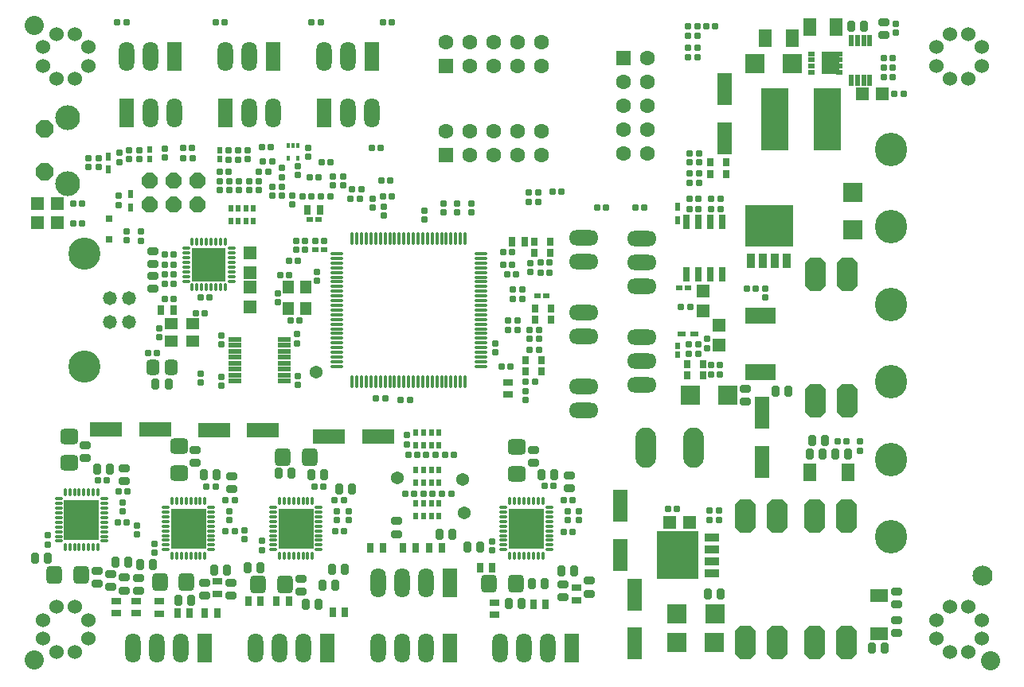
<source format=gts>
G04 Layer_Color=8388736*
%FSLAX25Y25*%
%MOIN*%
G70*
G01*
G75*
%ADD36C,0.06000*%
%ADD62R,0.11220X0.25984*%
%ADD120C,0.03000*%
%ADD135C,0.08400*%
%ADD213C,0.06305*%
%ADD214R,0.04600X0.01300*%
%ADD215R,0.05300X0.01700*%
G04:AMPARAMS|DCode=216|XSize=26mil|YSize=28mil|CornerRadius=6.4mil|HoleSize=0mil|Usage=FLASHONLY|Rotation=0.000|XOffset=0mil|YOffset=0mil|HoleType=Round|Shape=RoundedRectangle|*
%AMROUNDEDRECTD216*
21,1,0.02600,0.01520,0,0,0.0*
21,1,0.01320,0.02800,0,0,0.0*
1,1,0.01280,0.00660,-0.00760*
1,1,0.01280,-0.00660,-0.00760*
1,1,0.01280,-0.00660,0.00760*
1,1,0.01280,0.00660,0.00760*
%
%ADD216ROUNDEDRECTD216*%
G04:AMPARAMS|DCode=217|XSize=26mil|YSize=28mil|CornerRadius=6.4mil|HoleSize=0mil|Usage=FLASHONLY|Rotation=270.000|XOffset=0mil|YOffset=0mil|HoleType=Round|Shape=RoundedRectangle|*
%AMROUNDEDRECTD217*
21,1,0.02600,0.01520,0,0,270.0*
21,1,0.01320,0.02800,0,0,270.0*
1,1,0.01280,-0.00760,-0.00660*
1,1,0.01280,-0.00760,0.00660*
1,1,0.01280,0.00760,0.00660*
1,1,0.01280,0.00760,-0.00660*
%
%ADD217ROUNDEDRECTD217*%
%ADD218R,0.01581X0.02172*%
%ADD219R,0.02400X0.03200*%
%ADD220R,0.08300X0.08300*%
%ADD221R,0.08300X0.08300*%
%ADD222R,0.03200X0.02400*%
%ADD223R,0.14573X0.16542*%
%ADD224O,0.01384X0.03747*%
%ADD225O,0.03747X0.01384*%
G04:AMPARAMS|DCode=226|XSize=33.13mil|YSize=43.37mil|CornerRadius=7.83mil|HoleSize=0mil|Usage=FLASHONLY|Rotation=90.000|XOffset=0mil|YOffset=0mil|HoleType=Round|Shape=RoundedRectangle|*
%AMROUNDEDRECTD226*
21,1,0.03313,0.02772,0,0,90.0*
21,1,0.01748,0.04337,0,0,90.0*
1,1,0.01565,0.01386,0.00874*
1,1,0.01565,0.01386,-0.00874*
1,1,0.01565,-0.01386,-0.00874*
1,1,0.01565,-0.01386,0.00874*
%
%ADD226ROUNDEDRECTD226*%
%ADD227R,0.07487X0.05833*%
G04:AMPARAMS|DCode=228|XSize=33.13mil|YSize=43.37mil|CornerRadius=7.83mil|HoleSize=0mil|Usage=FLASHONLY|Rotation=0.000|XOffset=0mil|YOffset=0mil|HoleType=Round|Shape=RoundedRectangle|*
%AMROUNDEDRECTD228*
21,1,0.03313,0.02772,0,0,0.0*
21,1,0.01748,0.04337,0,0,0.0*
1,1,0.01565,0.00874,-0.01386*
1,1,0.01565,-0.00874,-0.01386*
1,1,0.01565,-0.00874,0.01386*
1,1,0.01565,0.00874,0.01386*
%
%ADD228ROUNDEDRECTD228*%
%ADD229R,0.03038X0.03865*%
%ADD230R,0.03865X0.03038*%
G04:AMPARAMS|DCode=231|XSize=54mil|YSize=54mil|CornerRadius=27mil|HoleSize=0mil|Usage=FLASHONLY|Rotation=270.000|XOffset=0mil|YOffset=0mil|HoleType=Round|Shape=RoundedRectangle|*
%AMROUNDEDRECTD231*
21,1,0.05400,0.00000,0,0,270.0*
21,1,0.00000,0.05400,0,0,270.0*
1,1,0.05400,0.00000,0.00000*
1,1,0.05400,0.00000,0.00000*
1,1,0.05400,0.00000,0.00000*
1,1,0.05400,0.00000,0.00000*
%
%ADD231ROUNDEDRECTD231*%
%ADD232R,0.05200X0.05200*%
%ADD233R,0.05200X0.05200*%
%ADD234R,0.04600X0.05600*%
%ADD235R,0.02762X0.03550*%
%ADD236R,0.02800X0.02800*%
%ADD237R,0.13000X0.06700*%
%ADD238R,0.05600X0.04600*%
%ADD239R,0.05833X0.07487*%
G04:AMPARAMS|DCode=240|XSize=80mil|YSize=80mil|CornerRadius=40mil|HoleSize=0mil|Usage=FLASHONLY|Rotation=0.000|XOffset=0mil|YOffset=0mil|HoleType=Round|Shape=RoundedRectangle|*
%AMROUNDEDRECTD240*
21,1,0.08000,0.00000,0,0,0.0*
21,1,0.00000,0.08000,0,0,0.0*
1,1,0.08000,0.00000,0.00000*
1,1,0.08000,0.00000,0.00000*
1,1,0.08000,0.00000,0.00000*
1,1,0.08000,0.00000,0.00000*
%
%ADD240ROUNDEDRECTD240*%
%ADD241R,0.02800X0.06400*%
%ADD242R,0.05400X0.01900*%
%ADD243R,0.02400X0.03000*%
G04:AMPARAMS|DCode=244|XSize=67mil|YSize=75mil|CornerRadius=17.75mil|HoleSize=0mil|Usage=FLASHONLY|Rotation=90.000|XOffset=0mil|YOffset=0mil|HoleType=Round|Shape=RoundedRectangle|*
%AMROUNDEDRECTD244*
21,1,0.06700,0.03950,0,0,90.0*
21,1,0.03150,0.07500,0,0,90.0*
1,1,0.03550,0.01975,0.01575*
1,1,0.03550,0.01975,-0.01575*
1,1,0.03550,-0.01975,-0.01575*
1,1,0.03550,-0.01975,0.01575*
%
%ADD244ROUNDEDRECTD244*%
G04:AMPARAMS|DCode=245|XSize=67mil|YSize=75mil|CornerRadius=17.75mil|HoleSize=0mil|Usage=FLASHONLY|Rotation=180.000|XOffset=0mil|YOffset=0mil|HoleType=Round|Shape=RoundedRectangle|*
%AMROUNDEDRECTD245*
21,1,0.06700,0.03950,0,0,180.0*
21,1,0.03150,0.07500,0,0,180.0*
1,1,0.03550,-0.01575,0.01975*
1,1,0.03550,0.01575,0.01975*
1,1,0.03550,0.01575,-0.01975*
1,1,0.03550,-0.01575,-0.01975*
%
%ADD245ROUNDEDRECTD245*%
%ADD246R,0.13786X0.05912*%
G04:AMPARAMS|DCode=247|XSize=56mil|YSize=64mil|CornerRadius=15mil|HoleSize=0mil|Usage=FLASHONLY|Rotation=180.000|XOffset=0mil|YOffset=0mil|HoleType=Round|Shape=RoundedRectangle|*
%AMROUNDEDRECTD247*
21,1,0.05600,0.03400,0,0,180.0*
21,1,0.02600,0.06400,0,0,180.0*
1,1,0.03000,-0.01300,0.01700*
1,1,0.03000,0.01300,0.01700*
1,1,0.03000,0.01300,-0.01700*
1,1,0.03000,-0.01300,-0.01700*
%
%ADD247ROUNDEDRECTD247*%
%ADD248R,0.05912X0.13786*%
%ADD249R,0.06000X0.03200*%
%ADD250R,0.17400X0.20100*%
%ADD251R,0.20100X0.17400*%
%ADD252R,0.03200X0.06000*%
%ADD253R,0.02565X0.02368*%
%ADD254O,0.01384X0.05518*%
%ADD255O,0.05518X0.01384*%
%ADD256R,0.02368X0.02565*%
%ADD257R,0.14100X0.14100*%
G04:AMPARAMS|DCode=258|XSize=14.96mil|YSize=35.43mil|CornerRadius=6.38mil|HoleSize=0mil|Usage=FLASHONLY|Rotation=270.000|XOffset=0mil|YOffset=0mil|HoleType=Round|Shape=RoundedRectangle|*
%AMROUNDEDRECTD258*
21,1,0.01496,0.02268,0,0,270.0*
21,1,0.00220,0.03543,0,0,270.0*
1,1,0.01276,-0.01134,-0.00110*
1,1,0.01276,-0.01134,0.00110*
1,1,0.01276,0.01134,0.00110*
1,1,0.01276,0.01134,-0.00110*
%
%ADD258ROUNDEDRECTD258*%
G04:AMPARAMS|DCode=259|XSize=14.96mil|YSize=35.43mil|CornerRadius=6.38mil|HoleSize=0mil|Usage=FLASHONLY|Rotation=180.000|XOffset=0mil|YOffset=0mil|HoleType=Round|Shape=RoundedRectangle|*
%AMROUNDEDRECTD259*
21,1,0.01496,0.02268,0,0,180.0*
21,1,0.00220,0.03543,0,0,180.0*
1,1,0.01276,-0.00110,0.01134*
1,1,0.01276,0.00110,0.01134*
1,1,0.01276,0.00110,-0.01134*
1,1,0.01276,-0.00110,-0.01134*
%
%ADD259ROUNDEDRECTD259*%
G04:AMPARAMS|DCode=260|XSize=27.62mil|YSize=28mil|CornerRadius=6.72mil|HoleSize=0mil|Usage=FLASHONLY|Rotation=90.000|XOffset=0mil|YOffset=0mil|HoleType=Round|Shape=RoundedRectangle|*
%AMROUNDEDRECTD260*
21,1,0.02762,0.01455,0,0,90.0*
21,1,0.01417,0.02800,0,0,90.0*
1,1,0.01345,0.00728,0.00709*
1,1,0.01345,0.00728,-0.00709*
1,1,0.01345,-0.00728,-0.00709*
1,1,0.01345,-0.00728,0.00709*
%
%ADD260ROUNDEDRECTD260*%
%ADD261R,0.05518X0.07487*%
%ADD262R,0.02120X0.04928*%
%ADD263R,0.03156X0.02054*%
%ADD264R,0.07684X0.09731*%
%ADD265R,0.06400X0.12400*%
%ADD266O,0.06400X0.12400*%
G04:AMPARAMS|DCode=267|XSize=137mil|YSize=87mil|CornerRadius=0mil|HoleSize=0mil|Usage=FLASHONLY|Rotation=270.000|XOffset=0mil|YOffset=0mil|HoleType=Round|Shape=Octagon|*
%AMOCTAGOND267*
4,1,8,-0.02175,-0.06850,0.02175,-0.06850,0.04350,-0.04675,0.04350,0.04675,0.02175,0.06850,-0.02175,0.06850,-0.04350,0.04675,-0.04350,-0.04675,-0.02175,-0.06850,0.0*
%
%ADD267OCTAGOND267*%

%ADD268O,0.12400X0.06400*%
%ADD269P,0.08010X8X292.5*%
%ADD270C,0.10400*%
%ADD271C,0.05800*%
%ADD272C,0.13450*%
%ADD273P,0.07144X8X22.5*%
%ADD274O,0.08650X0.16900*%
%ADD275R,0.06305X0.06305*%
%ADD276C,0.06305*%
%ADD277O,0.13400X0.14000*%
%ADD278R,0.06305X0.06305*%
G54D36*
X-47953Y-231339D02*
D03*
X-55827D02*
D03*
X-61339Y-225827D02*
D03*
Y-217953D02*
D03*
X-55827Y-212441D02*
D03*
X-47953D02*
D03*
X-42441Y-217953D02*
D03*
Y-225827D02*
D03*
X-47953Y8819D02*
D03*
X-55827D02*
D03*
X-61339Y14331D02*
D03*
Y22205D02*
D03*
X-55827Y27716D02*
D03*
X-47953D02*
D03*
X-42441Y22205D02*
D03*
Y14331D02*
D03*
X326063Y8819D02*
D03*
X318189D02*
D03*
X312677Y14331D02*
D03*
Y22205D02*
D03*
X318189Y27716D02*
D03*
X326063D02*
D03*
X331575Y22205D02*
D03*
Y14331D02*
D03*
X326063Y-231339D02*
D03*
X318189D02*
D03*
X312677Y-225827D02*
D03*
Y-217953D02*
D03*
X318189Y-212441D02*
D03*
X326063D02*
D03*
X331575Y-217953D02*
D03*
Y-225827D02*
D03*
G54D62*
X267047Y-8075D02*
D03*
X244803D02*
D03*
G54D120*
X136569Y-173098D02*
D03*
X145231Y-186091D02*
D03*
X140900D02*
D03*
X136569D02*
D03*
X145231Y-181760D02*
D03*
X140900D02*
D03*
X136569D02*
D03*
X145231Y-177429D02*
D03*
X140900D02*
D03*
X136569D02*
D03*
X145231Y-173098D02*
D03*
X140900D02*
D03*
X44500D02*
D03*
X48831D02*
D03*
X40169Y-177429D02*
D03*
X44500D02*
D03*
X48831D02*
D03*
X40169Y-181760D02*
D03*
X44500D02*
D03*
X48831D02*
D03*
X40169Y-186091D02*
D03*
X44500D02*
D03*
X48831D02*
D03*
X40169Y-173098D02*
D03*
X-4831D02*
D03*
X3831Y-186091D02*
D03*
X-500D02*
D03*
X-4831D02*
D03*
X3831Y-181760D02*
D03*
X-500D02*
D03*
X-4831D02*
D03*
X3831Y-177429D02*
D03*
X-500D02*
D03*
X-4831D02*
D03*
X3831Y-173098D02*
D03*
X-500D02*
D03*
X-45238Y-169498D02*
D03*
X-40907D02*
D03*
X-49569Y-173829D02*
D03*
X-45238D02*
D03*
X-40907D02*
D03*
X-49569Y-178160D02*
D03*
X-45238D02*
D03*
X-40907D02*
D03*
X-49569Y-182491D02*
D03*
X-45238D02*
D03*
X-40907D02*
D03*
X-49569Y-169498D02*
D03*
X210081Y-186832D02*
D03*
Y-182832D02*
D03*
X206081D02*
D03*
Y-186832D02*
D03*
X202081D02*
D03*
Y-182832D02*
D03*
X198081D02*
D03*
Y-186832D02*
D03*
Y-194832D02*
D03*
Y-198832D02*
D03*
X202081D02*
D03*
Y-194832D02*
D03*
X206081D02*
D03*
Y-198832D02*
D03*
X210081D02*
D03*
Y-194832D02*
D03*
Y-190832D02*
D03*
X206081D02*
D03*
X198081D02*
D03*
X202081D02*
D03*
X242613Y-50723D02*
D03*
Y-46723D02*
D03*
Y-54723D02*
D03*
Y-58723D02*
D03*
X238613D02*
D03*
X234613D02*
D03*
Y-54723D02*
D03*
X238613D02*
D03*
Y-50723D02*
D03*
X234613D02*
D03*
Y-46723D02*
D03*
X238613D02*
D03*
X246613D02*
D03*
X250613D02*
D03*
Y-50723D02*
D03*
X246613D02*
D03*
Y-54723D02*
D03*
X250613D02*
D03*
Y-58723D02*
D03*
X246613D02*
D03*
X11740Y-65260D02*
D03*
Y-69000D02*
D03*
Y-72740D02*
D03*
X8000D02*
D03*
X4260Y-72839D02*
D03*
X4279Y-69000D02*
D03*
X4231Y-65224D02*
D03*
X8000Y-65260D02*
D03*
Y-69000D02*
D03*
G54D135*
X332067Y-199449D02*
D03*
G54D213*
X191668Y17571D02*
D03*
Y7571D02*
D03*
Y-2429D02*
D03*
Y-12429D02*
D03*
Y-22429D02*
D03*
G54D214*
X39413Y-100246D02*
D03*
X39413Y-102746D02*
D03*
X39413Y-105246D02*
D03*
X39413Y-107746D02*
D03*
X39413Y-110246D02*
D03*
X39413Y-112746D02*
D03*
Y-115246D02*
D03*
X39413Y-117746D02*
D03*
X19013D02*
D03*
X19013Y-115246D02*
D03*
Y-112746D02*
D03*
X19013Y-110246D02*
D03*
X19013Y-107746D02*
D03*
Y-105246D02*
D03*
X19013Y-102746D02*
D03*
X19013Y-100246D02*
D03*
G54D215*
X39463Y-100246D02*
D03*
X39463Y-102746D02*
D03*
X39463Y-105246D02*
D03*
X39463Y-107746D02*
D03*
X39463Y-110246D02*
D03*
X39463Y-112746D02*
D03*
X39463Y-115246D02*
D03*
X39463Y-117746D02*
D03*
X18963Y-117746D02*
D03*
X18963Y-115246D02*
D03*
Y-112746D02*
D03*
X18963Y-110246D02*
D03*
X18963Y-107746D02*
D03*
Y-105246D02*
D03*
X18963Y-102746D02*
D03*
Y-100246D02*
D03*
G54D216*
X76330Y-20000D02*
D03*
X80100D02*
D03*
X34070Y-19800D02*
D03*
X30300D02*
D03*
X54870Y32600D02*
D03*
X51100D02*
D03*
X14570D02*
D03*
X10800D02*
D03*
X-26530D02*
D03*
X-30300D02*
D03*
X34485Y-25800D02*
D03*
X30715D02*
D03*
X29015Y-30000D02*
D03*
X32785D02*
D03*
X1100Y-20100D02*
D03*
X-2670D02*
D03*
X56254Y-58874D02*
D03*
X52464D02*
D03*
X44500Y-62800D02*
D03*
X48270D02*
D03*
X55152Y-25950D02*
D03*
X58942D02*
D03*
X151810Y-38400D02*
D03*
X155600D02*
D03*
X50310Y-32400D02*
D03*
X54100D02*
D03*
X55110Y-40500D02*
D03*
X58900D02*
D03*
X80310Y-33600D02*
D03*
X84100D02*
D03*
X84719Y-40321D02*
D03*
X80929D02*
D03*
X78080Y-125200D02*
D03*
X81870D02*
D03*
X41610Y-67500D02*
D03*
X45400D02*
D03*
X68110Y-37400D02*
D03*
X71900D02*
D03*
X133410Y-96250D02*
D03*
X137200D02*
D03*
X133410Y-92350D02*
D03*
X137200D02*
D03*
X130610Y-111850D02*
D03*
X134400D02*
D03*
X-48765Y-43500D02*
D03*
X-44975D02*
D03*
X212925Y-45575D02*
D03*
X209135D02*
D03*
X218435D02*
D03*
X222225D02*
D03*
X209125Y-41275D02*
D03*
X212915D02*
D03*
X146900Y-72400D02*
D03*
X150690D02*
D03*
X-48790Y-51600D02*
D03*
X-45000D02*
D03*
X146200Y-104700D02*
D03*
X142410D02*
D03*
X203990Y-171300D02*
D03*
X200200D02*
D03*
X221500Y-171900D02*
D03*
X217710D02*
D03*
X221530Y-175950D02*
D03*
X217740D02*
D03*
X236961Y-79005D02*
D03*
X233172D02*
D03*
X295004Y2790D02*
D03*
X298794D02*
D03*
X-10390Y-73100D02*
D03*
X-6600D02*
D03*
Y-69000D02*
D03*
X-10390D02*
D03*
X209525Y-86675D02*
D03*
X205735D02*
D03*
X150690Y-68200D02*
D03*
X146900D02*
D03*
X222215Y-41275D02*
D03*
X218425D02*
D03*
X294353Y9524D02*
D03*
X290563D02*
D03*
X71190Y-41300D02*
D03*
X67400D02*
D03*
X209110Y-102400D02*
D03*
X212900D02*
D03*
X212890Y-106400D02*
D03*
X209100D02*
D03*
X139190Y-83300D02*
D03*
X135400D02*
D03*
X144500Y-118000D02*
D03*
X140710D02*
D03*
X222090Y-115200D02*
D03*
X218300D02*
D03*
X44522Y-58923D02*
D03*
X48312D02*
D03*
X16412Y-29887D02*
D03*
X12622D02*
D03*
X-6630Y-83500D02*
D03*
X-10400D02*
D03*
X220070Y30800D02*
D03*
X216300D02*
D03*
X80900Y32600D02*
D03*
X84670D02*
D03*
X-25900Y-164200D02*
D03*
X-29670D02*
D03*
X-34730Y-159300D02*
D03*
X-38500D02*
D03*
X-30000Y-177000D02*
D03*
X-26230D02*
D03*
X131280Y-68937D02*
D03*
X135050D02*
D03*
X92161Y-125821D02*
D03*
X88391D02*
D03*
X-13600Y-106000D02*
D03*
X-17370D02*
D03*
X-6630Y-77100D02*
D03*
X-10400D02*
D03*
X41600Y-73350D02*
D03*
X37830D02*
D03*
X-6630Y-64700D02*
D03*
X-10400D02*
D03*
X2630Y-89300D02*
D03*
X6400D02*
D03*
X4465Y-82821D02*
D03*
X8235D02*
D03*
X45962Y-92479D02*
D03*
X42192D02*
D03*
X132854Y-73071D02*
D03*
X136624D02*
D03*
X131230Y-63800D02*
D03*
X135000D02*
D03*
X110643Y-148716D02*
D03*
X106873D02*
D03*
X105773Y-165054D02*
D03*
X109543D02*
D03*
X99068Y-148617D02*
D03*
X102838D02*
D03*
X101738Y-164956D02*
D03*
X97968D02*
D03*
X91587Y-148617D02*
D03*
X95357D02*
D03*
X93962Y-164956D02*
D03*
X90192D02*
D03*
X139200Y-79500D02*
D03*
X135430D02*
D03*
X18838Y-167800D02*
D03*
X15068D02*
D03*
X10870Y-161900D02*
D03*
X7100D02*
D03*
X15100Y-180800D02*
D03*
X18870D02*
D03*
X60730Y-167700D02*
D03*
X64500D02*
D03*
X55970Y-161900D02*
D03*
X52200D02*
D03*
X64770Y-180600D02*
D03*
X61000D02*
D03*
X160300Y-167700D02*
D03*
X156530D02*
D03*
X152270Y-161800D02*
D03*
X148500D02*
D03*
X156600Y-181000D02*
D03*
X160370D02*
D03*
X218300Y-110900D02*
D03*
X222070D02*
D03*
X-2634Y-24210D02*
D03*
X1156D02*
D03*
X47300Y-40400D02*
D03*
X51090D02*
D03*
X274915Y-143075D02*
D03*
X271125D02*
D03*
X294353Y17791D02*
D03*
X290563D02*
D03*
X294338Y13657D02*
D03*
X290568D02*
D03*
X174390Y-45000D02*
D03*
X170600D02*
D03*
X186600D02*
D03*
X190390D02*
D03*
X145790Y-42700D02*
D03*
X142000D02*
D03*
X145800Y-38600D02*
D03*
X142010D02*
D03*
G54D217*
X-10300Y-20330D02*
D03*
Y-24100D02*
D03*
X45200Y-27715D02*
D03*
Y-31485D02*
D03*
X38725Y-40065D02*
D03*
Y-36275D02*
D03*
X24955Y-37781D02*
D03*
Y-33991D02*
D03*
X12658Y-37786D02*
D03*
Y-33996D02*
D03*
X16179Y-21128D02*
D03*
Y-24917D02*
D03*
X-21210Y-20919D02*
D03*
Y-24709D02*
D03*
X24400Y-20900D02*
D03*
Y-24670D02*
D03*
X-29500Y-22115D02*
D03*
Y-25885D02*
D03*
X81200Y-44610D02*
D03*
Y-48400D02*
D03*
X60050Y-35690D02*
D03*
Y-31900D02*
D03*
X106300Y-47190D02*
D03*
Y-43400D02*
D03*
X112100Y-47090D02*
D03*
Y-43300D02*
D03*
X117800Y-47090D02*
D03*
Y-43300D02*
D03*
X49600Y-23700D02*
D03*
Y-19910D02*
D03*
X90825Y-140485D02*
D03*
Y-144275D02*
D03*
X209150Y-30810D02*
D03*
Y-34600D02*
D03*
X-22100Y-182190D02*
D03*
Y-178400D02*
D03*
X-38200Y-28100D02*
D03*
Y-24310D02*
D03*
X-29702Y-40189D02*
D03*
Y-43979D02*
D03*
X240998Y-82693D02*
D03*
Y-78903D02*
D03*
X216700Y-100110D02*
D03*
Y-103900D02*
D03*
X-20547Y-55109D02*
D03*
Y-58899D02*
D03*
X76700Y-45100D02*
D03*
Y-41310D02*
D03*
X146400Y-96400D02*
D03*
Y-100190D02*
D03*
X140700Y-122010D02*
D03*
Y-125800D02*
D03*
X142700Y-72200D02*
D03*
Y-68410D02*
D03*
X295725Y31925D02*
D03*
Y28135D02*
D03*
X22800Y-184190D02*
D03*
Y-180400D02*
D03*
X66500Y-172300D02*
D03*
Y-176090D02*
D03*
X163000D02*
D03*
Y-172300D02*
D03*
X16648Y-34016D02*
D03*
Y-37786D02*
D03*
X20748Y-34016D02*
D03*
Y-37786D02*
D03*
X34502Y-36255D02*
D03*
Y-40025D02*
D03*
X42800Y-40000D02*
D03*
Y-43790D02*
D03*
X64150Y-31900D02*
D03*
Y-35690D02*
D03*
X213250Y-30810D02*
D03*
Y-34600D02*
D03*
X142300Y-96400D02*
D03*
Y-100190D02*
D03*
X212525Y30825D02*
D03*
Y27035D02*
D03*
X208525Y30825D02*
D03*
Y27035D02*
D03*
X209200Y-26150D02*
D03*
Y-22360D02*
D03*
X4525Y-118375D02*
D03*
Y-114585D02*
D03*
X38636Y-28490D02*
D03*
Y-32280D02*
D03*
X20339Y-24887D02*
D03*
Y-21098D02*
D03*
X-25344Y-20919D02*
D03*
Y-24709D02*
D03*
X29089Y-37781D02*
D03*
Y-33991D02*
D03*
X-59400Y-182500D02*
D03*
Y-186270D02*
D03*
X-27900Y-168730D02*
D03*
Y-172500D02*
D03*
X53300Y-75800D02*
D03*
Y-72030D02*
D03*
X128000Y-105843D02*
D03*
Y-102073D02*
D03*
X-42300Y-24330D02*
D03*
Y-28100D02*
D03*
X-12700Y-95600D02*
D03*
Y-99370D02*
D03*
X36800Y-84700D02*
D03*
Y-80930D02*
D03*
X98300Y-46300D02*
D03*
Y-50070D02*
D03*
X13366Y-119724D02*
D03*
Y-115954D02*
D03*
X45158Y-115665D02*
D03*
Y-119435D02*
D03*
X45059Y-98169D02*
D03*
Y-101939D02*
D03*
X13268Y-102530D02*
D03*
Y-98760D02*
D03*
X-26547Y-58870D02*
D03*
Y-55100D02*
D03*
X16700Y-172430D02*
D03*
Y-176200D02*
D03*
X-14800Y-185900D02*
D03*
Y-189670D02*
D03*
X61700Y-176100D02*
D03*
Y-172330D02*
D03*
X30300Y-184800D02*
D03*
Y-188570D02*
D03*
X158200Y-172330D02*
D03*
Y-176100D02*
D03*
X126700Y-185000D02*
D03*
Y-188770D02*
D03*
X213200Y-22380D02*
D03*
Y-26150D02*
D03*
X212600Y21800D02*
D03*
Y18010D02*
D03*
X208500Y21800D02*
D03*
Y18010D02*
D03*
G54D218*
X45182Y-19142D02*
D03*
X43200D02*
D03*
X41218D02*
D03*
X41232Y-24457D02*
D03*
X45169D02*
D03*
G54D219*
X204286Y-44750D02*
D03*
Y-50261D02*
D03*
X-34000Y-29156D02*
D03*
Y-23644D02*
D03*
X-24683Y-44943D02*
D03*
Y-39432D02*
D03*
G54D220*
X277711Y-38720D02*
D03*
Y-54494D02*
D03*
G54D221*
X209500Y-123700D02*
D03*
X225274D02*
D03*
X203981Y-227217D02*
D03*
X219755D02*
D03*
X219846Y-215232D02*
D03*
X204072D02*
D03*
X236625Y15225D02*
D03*
X252399D02*
D03*
G54D222*
X211356Y-98100D02*
D03*
X205844D02*
D03*
G54D223*
X140900Y-179595D02*
D03*
X44500D02*
D03*
X-500D02*
D03*
X-45238Y-175995D02*
D03*
G54D224*
X134010Y-168079D02*
D03*
X135979D02*
D03*
X137947D02*
D03*
X139916D02*
D03*
X141884D02*
D03*
X143853D02*
D03*
X145821D02*
D03*
X147790D02*
D03*
Y-191110D02*
D03*
X145821D02*
D03*
X143853D02*
D03*
X141884D02*
D03*
X139916D02*
D03*
X137947D02*
D03*
X135979D02*
D03*
X134010D02*
D03*
X37610D02*
D03*
X39579D02*
D03*
X41547D02*
D03*
X43516D02*
D03*
X45484D02*
D03*
X47453D02*
D03*
X49421D02*
D03*
X51390D02*
D03*
Y-168079D02*
D03*
X49421D02*
D03*
X47453D02*
D03*
X45484D02*
D03*
X43516D02*
D03*
X41547D02*
D03*
X39579D02*
D03*
X37610D02*
D03*
X-7390D02*
D03*
X-5421D02*
D03*
X-3453D02*
D03*
X-1484D02*
D03*
X484D02*
D03*
X2453D02*
D03*
X4421D02*
D03*
X6390D02*
D03*
Y-191110D02*
D03*
X4421D02*
D03*
X2453D02*
D03*
X484D02*
D03*
X-1484D02*
D03*
X-3453D02*
D03*
X-5421D02*
D03*
X-7390D02*
D03*
X-52127Y-187510D02*
D03*
X-50159D02*
D03*
X-48191D02*
D03*
X-46222D02*
D03*
X-44254D02*
D03*
X-42285D02*
D03*
X-40317D02*
D03*
X-38348D02*
D03*
Y-164479D02*
D03*
X-40317D02*
D03*
X-42285D02*
D03*
X-44254D02*
D03*
X-46222D02*
D03*
X-48191D02*
D03*
X-50159D02*
D03*
X-52127D02*
D03*
G54D225*
X150467Y-170736D02*
D03*
Y-172705D02*
D03*
Y-174673D02*
D03*
Y-176642D02*
D03*
Y-178610D02*
D03*
Y-180579D02*
D03*
Y-182547D02*
D03*
Y-184516D02*
D03*
Y-186484D02*
D03*
Y-188453D02*
D03*
X131333D02*
D03*
Y-186484D02*
D03*
Y-184516D02*
D03*
Y-182547D02*
D03*
Y-180579D02*
D03*
Y-178610D02*
D03*
Y-176642D02*
D03*
Y-174673D02*
D03*
Y-172705D02*
D03*
Y-170736D02*
D03*
X34933D02*
D03*
Y-172705D02*
D03*
Y-174673D02*
D03*
Y-176642D02*
D03*
Y-178610D02*
D03*
Y-180579D02*
D03*
Y-182547D02*
D03*
Y-184516D02*
D03*
Y-186484D02*
D03*
Y-188453D02*
D03*
X54067D02*
D03*
Y-186484D02*
D03*
Y-184516D02*
D03*
Y-182547D02*
D03*
Y-180579D02*
D03*
Y-178610D02*
D03*
Y-176642D02*
D03*
Y-174673D02*
D03*
Y-172705D02*
D03*
Y-170736D02*
D03*
X9067D02*
D03*
Y-172705D02*
D03*
Y-174673D02*
D03*
Y-176642D02*
D03*
Y-178610D02*
D03*
Y-180579D02*
D03*
Y-182547D02*
D03*
Y-184516D02*
D03*
Y-186484D02*
D03*
Y-188453D02*
D03*
X-10067D02*
D03*
Y-186484D02*
D03*
Y-184516D02*
D03*
Y-182547D02*
D03*
Y-180579D02*
D03*
Y-178610D02*
D03*
Y-176642D02*
D03*
Y-174673D02*
D03*
Y-172705D02*
D03*
Y-170736D02*
D03*
X-54805Y-167136D02*
D03*
Y-169105D02*
D03*
Y-171073D02*
D03*
Y-173042D02*
D03*
Y-175010D02*
D03*
Y-176979D02*
D03*
Y-178947D02*
D03*
Y-180916D02*
D03*
Y-182884D02*
D03*
Y-184853D02*
D03*
X-35671D02*
D03*
Y-182884D02*
D03*
Y-180916D02*
D03*
Y-178947D02*
D03*
Y-176979D02*
D03*
Y-175010D02*
D03*
Y-173042D02*
D03*
Y-171073D02*
D03*
Y-169105D02*
D03*
Y-167136D02*
D03*
G54D226*
X296100Y-223277D02*
D03*
Y-217923D02*
D03*
Y-211477D02*
D03*
Y-206123D02*
D03*
X-15500Y-73822D02*
D03*
Y-79177D02*
D03*
X-15500Y-63323D02*
D03*
Y-68678D02*
D03*
X-27300Y-154323D02*
D03*
Y-159677D02*
D03*
X-21450Y-205577D02*
D03*
Y-200223D02*
D03*
X-27250Y-200200D02*
D03*
Y-205554D02*
D03*
X-43700Y-150177D02*
D03*
Y-144823D02*
D03*
X-33000Y-198823D02*
D03*
Y-204177D02*
D03*
X-38700Y-202777D02*
D03*
Y-197423D02*
D03*
X290725Y32702D02*
D03*
Y27348D02*
D03*
X232700Y-126277D02*
D03*
Y-120923D02*
D03*
X17600Y-163077D02*
D03*
Y-157723D02*
D03*
X17125Y-202298D02*
D03*
Y-207652D02*
D03*
X2300Y-152077D02*
D03*
Y-146723D02*
D03*
X6325Y-202298D02*
D03*
Y-207652D02*
D03*
X86600Y-176523D02*
D03*
Y-181877D02*
D03*
X46625Y-200698D02*
D03*
Y-206052D02*
D03*
X159000Y-162677D02*
D03*
Y-157323D02*
D03*
X167400Y-206877D02*
D03*
Y-201523D02*
D03*
X156200Y-208254D02*
D03*
Y-202900D02*
D03*
X143900Y-151977D02*
D03*
Y-146623D02*
D03*
G54D227*
X288700Y-207590D02*
D03*
Y-223810D02*
D03*
G54D228*
X285723Y-229800D02*
D03*
X291077D02*
D03*
X-14227Y-118900D02*
D03*
X-8873D02*
D03*
X-64677Y-192100D02*
D03*
X-59323D02*
D03*
X-30977Y-193700D02*
D03*
X-25623D02*
D03*
X-33223Y-154700D02*
D03*
X-38577D02*
D03*
X216923Y-207200D02*
D03*
X222277D02*
D03*
X245423Y-121900D02*
D03*
X250777D02*
D03*
X275777Y-148400D02*
D03*
X270423D02*
D03*
X265077D02*
D03*
X259723D02*
D03*
X265828Y-142650D02*
D03*
X260473D02*
D03*
X53977Y-211400D02*
D03*
X48623D02*
D03*
X-20652Y-194675D02*
D03*
X-15298D02*
D03*
X-4577Y-209600D02*
D03*
X777D02*
D03*
X10423Y-196900D02*
D03*
X15777D02*
D03*
X11377Y-157200D02*
D03*
X6023D02*
D03*
X59623Y-196800D02*
D03*
X64977D02*
D03*
X56277Y-157200D02*
D03*
X50923D02*
D03*
X67877Y-162900D02*
D03*
X62523D02*
D03*
X104623Y-181900D02*
D03*
X109977D02*
D03*
X42477Y-156500D02*
D03*
X37123D02*
D03*
X60877Y-203400D02*
D03*
X55523D02*
D03*
X29777Y-196100D02*
D03*
X24423D02*
D03*
X160977Y-197500D02*
D03*
X155623D02*
D03*
X147223Y-157100D02*
D03*
X152577D02*
D03*
X133623Y-210900D02*
D03*
X138977D02*
D03*
X116323Y-187300D02*
D03*
X121677D02*
D03*
X148577Y-202700D02*
D03*
X143223D02*
D03*
X282299Y30863D02*
D03*
X276945D02*
D03*
G54D229*
X65043Y-214575D02*
D03*
X59807D02*
D03*
X29743Y-210175D02*
D03*
X24507D02*
D03*
X11643Y-215075D02*
D03*
X6407D02*
D03*
X43Y-214975D02*
D03*
X-5193D02*
D03*
X-6682Y-88100D02*
D03*
X-11918D02*
D03*
X140218Y-59400D02*
D03*
X134982D02*
D03*
X121482Y-196000D02*
D03*
X126718D02*
D03*
X36307Y-210175D02*
D03*
X41543D02*
D03*
X49382Y-45900D02*
D03*
X54618D02*
D03*
X80918Y-187800D02*
D03*
X75682D02*
D03*
X94618D02*
D03*
X89382D02*
D03*
X105518D02*
D03*
X100282D02*
D03*
X149018Y-211300D02*
D03*
X143782D02*
D03*
G54D230*
X11725Y-206893D02*
D03*
Y-201657D02*
D03*
X-12775Y-215211D02*
D03*
Y-209975D02*
D03*
X-30575Y-215193D02*
D03*
Y-209957D02*
D03*
X133300Y-118282D02*
D03*
Y-123518D02*
D03*
X-22275Y-215193D02*
D03*
Y-209957D02*
D03*
X127700Y-215818D02*
D03*
Y-210582D02*
D03*
X161800Y-209718D02*
D03*
Y-204482D02*
D03*
G54D231*
X52900Y-114000D02*
D03*
X87072Y-158460D02*
D03*
X115100Y-172900D02*
D03*
X114400Y-159200D02*
D03*
G54D232*
X209200Y-177000D02*
D03*
X200866D02*
D03*
X281484Y2790D02*
D03*
X289817D02*
D03*
X-63700Y-51500D02*
D03*
X-55366D02*
D03*
X-63700Y-43500D02*
D03*
X-55366D02*
D03*
G54D233*
X214825Y-79975D02*
D03*
Y-88309D02*
D03*
X221700Y-94500D02*
D03*
Y-102834D02*
D03*
X25177Y-78418D02*
D03*
Y-86752D02*
D03*
X25276Y-72251D02*
D03*
Y-63917D02*
D03*
G54D234*
X48756Y-87529D02*
D03*
Y-78401D02*
D03*
X41414D02*
D03*
Y-87529D02*
D03*
G54D235*
X224572Y-25975D02*
D03*
X217879D02*
D03*
X215047Y-110800D02*
D03*
X208353D02*
D03*
X215047Y-115400D02*
D03*
X208353D02*
D03*
X224572Y-30875D02*
D03*
X217879D02*
D03*
X147247Y-109000D02*
D03*
X140553D02*
D03*
X147300Y-113600D02*
D03*
X140607D02*
D03*
X144553Y-92000D02*
D03*
X151247D02*
D03*
X151047Y-63900D02*
D03*
X144353D02*
D03*
X151047Y-59300D02*
D03*
X144353D02*
D03*
X144553Y-87400D02*
D03*
X151247D02*
D03*
G54D236*
X-33583Y-58475D02*
D03*
Y-49744D02*
D03*
G54D237*
X238933Y-114192D02*
D03*
Y-90481D02*
D03*
G54D238*
X-7728Y-101142D02*
D03*
X1400D02*
D03*
Y-93800D02*
D03*
X-7728D02*
D03*
G54D239*
X259490Y-156200D02*
D03*
X275710D02*
D03*
G54D240*
X-65177Y31260D02*
D03*
X335118Y-235177D02*
D03*
X-65177Y-234784D02*
D03*
G54D241*
X217800Y-51158D02*
D03*
Y-72885D02*
D03*
X222800Y-51158D02*
D03*
X212800D02*
D03*
X207800D02*
D03*
X222800Y-72885D02*
D03*
X212800D02*
D03*
X207800D02*
D03*
G54D242*
X39513Y-100246D02*
D03*
Y-102746D02*
D03*
X18976Y-117796D02*
D03*
X39513Y-115296D02*
D03*
X18976D02*
D03*
Y-110296D02*
D03*
X39513Y-117796D02*
D03*
X18976Y-112796D02*
D03*
X39513D02*
D03*
X39513Y-110296D02*
D03*
X39513Y-105246D02*
D03*
X18976Y-107746D02*
D03*
Y-105246D02*
D03*
Y-100246D02*
D03*
X39513Y-107746D02*
D03*
X18976Y-102746D02*
D03*
G54D243*
X26752Y-50771D02*
D03*
X23602D02*
D03*
X20428D02*
D03*
X17228D02*
D03*
Y-45414D02*
D03*
X20428D02*
D03*
X23602D02*
D03*
X26752D02*
D03*
X104297Y-139365D02*
D03*
X101147D02*
D03*
X97972D02*
D03*
X94772D02*
D03*
Y-144723D02*
D03*
X97972D02*
D03*
X101147D02*
D03*
X104297D02*
D03*
Y-160274D02*
D03*
X101147D02*
D03*
X97972D02*
D03*
X94772D02*
D03*
Y-154917D02*
D03*
X97972D02*
D03*
X101147D02*
D03*
X104297D02*
D03*
Y-168893D02*
D03*
X101147D02*
D03*
X97972D02*
D03*
X94772D02*
D03*
Y-174250D02*
D03*
X97972D02*
D03*
X101147D02*
D03*
X104297D02*
D03*
G54D244*
X-50500Y-141000D02*
D03*
Y-152198D02*
D03*
X-4500Y-145200D02*
D03*
Y-156398D02*
D03*
X137025Y-156573D02*
D03*
Y-145375D02*
D03*
G54D245*
X-45402Y-198900D02*
D03*
X-56600D02*
D03*
X39824Y-202875D02*
D03*
X28625D02*
D03*
X-12475Y-201975D02*
D03*
X-1276D02*
D03*
X50125Y-149675D02*
D03*
X38927D02*
D03*
X136498Y-202800D02*
D03*
X125300D02*
D03*
G54D246*
X-14464Y-137900D02*
D03*
X-34936D02*
D03*
X30698Y-138275D02*
D03*
X10225D02*
D03*
X78900Y-141100D02*
D03*
X58428D02*
D03*
G54D247*
X-15300Y-112000D02*
D03*
X-7760D02*
D03*
G54D248*
X239500Y-151636D02*
D03*
Y-131164D02*
D03*
X180400Y-190636D02*
D03*
Y-170164D02*
D03*
X186300Y-227836D02*
D03*
Y-207364D02*
D03*
X223925Y4461D02*
D03*
Y-16011D02*
D03*
G54D249*
X218620Y-198332D02*
D03*
Y-193332D02*
D03*
Y-188332D02*
D03*
Y-183332D02*
D03*
G54D250*
X204181Y-190832D02*
D03*
G54D251*
X242613Y-52823D02*
D03*
G54D252*
X250113Y-67262D02*
D03*
X245113D02*
D03*
X240113D02*
D03*
X235113D02*
D03*
G54D253*
X50330Y-49900D02*
D03*
X54070D02*
D03*
X145630Y-82000D02*
D03*
X149370D02*
D03*
X208695Y-78775D02*
D03*
X204955D02*
D03*
X56254Y-62565D02*
D03*
X52514D02*
D03*
G54D254*
X115301Y-57882D02*
D03*
X113332D02*
D03*
X111364D02*
D03*
X109395D02*
D03*
X107427D02*
D03*
X105458D02*
D03*
X103490D02*
D03*
X101521D02*
D03*
X99553D02*
D03*
X97584D02*
D03*
X95616D02*
D03*
X93647D02*
D03*
X91679D02*
D03*
X89710D02*
D03*
X87742D02*
D03*
X85773D02*
D03*
X83805D02*
D03*
X81836D02*
D03*
X79868D02*
D03*
X77899D02*
D03*
X75931D02*
D03*
X73962D02*
D03*
X71994D02*
D03*
X70025D02*
D03*
X68057D02*
D03*
Y-118118D02*
D03*
X70025D02*
D03*
X71994D02*
D03*
X73962D02*
D03*
X75931D02*
D03*
X77899D02*
D03*
X79868D02*
D03*
X81836D02*
D03*
X83805D02*
D03*
X85773D02*
D03*
X87742D02*
D03*
X89710D02*
D03*
X91679D02*
D03*
X93647D02*
D03*
X95616D02*
D03*
X97584D02*
D03*
X99553D02*
D03*
X101521D02*
D03*
X103490D02*
D03*
X105458D02*
D03*
X107427D02*
D03*
X109395D02*
D03*
X111364D02*
D03*
X113332D02*
D03*
X115301D02*
D03*
G54D255*
X61561Y-64378D02*
D03*
Y-66347D02*
D03*
Y-68315D02*
D03*
Y-70284D02*
D03*
Y-72252D02*
D03*
Y-74221D02*
D03*
Y-76189D02*
D03*
Y-78158D02*
D03*
Y-80126D02*
D03*
Y-82095D02*
D03*
Y-84063D02*
D03*
Y-86032D02*
D03*
Y-88000D02*
D03*
Y-89969D02*
D03*
Y-91937D02*
D03*
Y-93906D02*
D03*
Y-95874D02*
D03*
Y-97843D02*
D03*
Y-99811D02*
D03*
Y-101779D02*
D03*
Y-103748D02*
D03*
Y-105717D02*
D03*
Y-107685D02*
D03*
Y-109653D02*
D03*
Y-111622D02*
D03*
X121797D02*
D03*
Y-109653D02*
D03*
Y-107685D02*
D03*
Y-105717D02*
D03*
Y-103748D02*
D03*
Y-101779D02*
D03*
Y-99811D02*
D03*
Y-97843D02*
D03*
Y-95874D02*
D03*
Y-93906D02*
D03*
Y-91937D02*
D03*
Y-89969D02*
D03*
Y-88000D02*
D03*
Y-86032D02*
D03*
Y-84063D02*
D03*
Y-82095D02*
D03*
Y-80126D02*
D03*
Y-78158D02*
D03*
Y-76189D02*
D03*
Y-74221D02*
D03*
Y-72252D02*
D03*
Y-70284D02*
D03*
Y-68315D02*
D03*
Y-66347D02*
D03*
Y-64378D02*
D03*
G54D256*
X204425Y-106845D02*
D03*
Y-103105D02*
D03*
X-16800Y-24570D02*
D03*
Y-20830D02*
D03*
X12553Y-21128D02*
D03*
Y-24868D02*
D03*
G54D257*
X8000Y-69000D02*
D03*
G54D258*
X-1500Y-75890D02*
D03*
Y-73921D02*
D03*
Y-71953D02*
D03*
Y-69984D02*
D03*
Y-68016D02*
D03*
Y-66047D02*
D03*
Y-64079D02*
D03*
Y-62110D02*
D03*
X17449D02*
D03*
Y-64079D02*
D03*
Y-66047D02*
D03*
Y-68016D02*
D03*
Y-69984D02*
D03*
Y-71953D02*
D03*
Y-73921D02*
D03*
Y-75890D02*
D03*
G54D259*
X1110Y-59500D02*
D03*
X3079D02*
D03*
X5047D02*
D03*
X7016D02*
D03*
X8984D02*
D03*
X10953D02*
D03*
X12921D02*
D03*
X14890D02*
D03*
Y-78449D02*
D03*
X12921D02*
D03*
X10953D02*
D03*
X8984D02*
D03*
X7016D02*
D03*
X5047D02*
D03*
X3079D02*
D03*
X1110D02*
D03*
G54D260*
X280725Y-146965D02*
D03*
Y-143175D02*
D03*
G54D261*
X270737Y30625D02*
D03*
X259713D02*
D03*
X241113Y26025D02*
D03*
X252137D02*
D03*
G54D262*
X284725Y25125D02*
D03*
X282166D02*
D03*
X279607D02*
D03*
X277048D02*
D03*
X284725Y8393D02*
D03*
X282166D02*
D03*
X279607D02*
D03*
X277048D02*
D03*
G54D263*
X260225Y19443D02*
D03*
Y16884D02*
D03*
Y14325D02*
D03*
Y11766D02*
D03*
X272036Y11766D02*
D03*
Y14325D02*
D03*
Y16884D02*
D03*
Y19443D02*
D03*
G54D264*
X268198Y15605D02*
D03*
G54D265*
X56221Y-5354D02*
D03*
X160008Y-229735D02*
D03*
X108787Y-229775D02*
D03*
Y-202216D02*
D03*
X57606Y-229775D02*
D03*
X6425D02*
D03*
X76221Y18268D02*
D03*
X-6457D02*
D03*
X34882D02*
D03*
X-26457Y-5354D02*
D03*
X14882D02*
D03*
G54D266*
X66220D02*
D03*
X76221D02*
D03*
X150008Y-229735D02*
D03*
X140008D02*
D03*
X130008D02*
D03*
X78787Y-229775D02*
D03*
X88787D02*
D03*
X98787D02*
D03*
Y-202216D02*
D03*
X88787D02*
D03*
X78787D02*
D03*
X27606Y-229775D02*
D03*
X37606D02*
D03*
X47606D02*
D03*
X-3575D02*
D03*
X-13575D02*
D03*
X-23575D02*
D03*
X66220Y18268D02*
D03*
X56221D02*
D03*
X-16457D02*
D03*
X-26457D02*
D03*
X24882D02*
D03*
X14882D02*
D03*
X-16457Y-5354D02*
D03*
X-6457D02*
D03*
X24882D02*
D03*
X34882D02*
D03*
G54D267*
X274900Y-227500D02*
D03*
X261500D02*
D03*
Y-174500D02*
D03*
X274900D02*
D03*
X262000Y-126200D02*
D03*
X275400D02*
D03*
Y-73200D02*
D03*
X262000D02*
D03*
X245895Y-227461D02*
D03*
X232495D02*
D03*
Y-174461D02*
D03*
X245895D02*
D03*
G54D268*
X165039Y-88937D02*
D03*
Y-98937D02*
D03*
Y-120039D02*
D03*
Y-130039D02*
D03*
Y-57835D02*
D03*
Y-67835D02*
D03*
X189400Y-77900D02*
D03*
Y-67900D02*
D03*
Y-57900D02*
D03*
X189300Y-119300D02*
D03*
Y-109300D02*
D03*
Y-99300D02*
D03*
G54D269*
X-60727Y-12202D02*
D03*
Y-30002D02*
D03*
G54D270*
X-50927Y-7302D02*
D03*
Y-34902D02*
D03*
G54D271*
X-25416Y-93032D02*
D03*
Y-83110D02*
D03*
X-33316D02*
D03*
Y-93032D02*
D03*
G54D272*
X-44016Y-64410D02*
D03*
Y-111732D02*
D03*
G54D273*
X-16747Y-43544D02*
D03*
Y-33544D02*
D03*
X-6747Y-43544D02*
D03*
Y-33544D02*
D03*
X3253Y-43544D02*
D03*
Y-33544D02*
D03*
G54D274*
X191100Y-145700D02*
D03*
X211100D02*
D03*
G54D275*
X107400Y14400D02*
D03*
Y-23100D02*
D03*
G54D276*
Y24400D02*
D03*
X117400Y14400D02*
D03*
Y24400D02*
D03*
X127400Y14400D02*
D03*
Y24400D02*
D03*
X137400Y14400D02*
D03*
Y24400D02*
D03*
X147400Y14400D02*
D03*
Y24400D02*
D03*
X107400Y-13100D02*
D03*
X117400Y-23100D02*
D03*
Y-13100D02*
D03*
X127400Y-23100D02*
D03*
Y-13100D02*
D03*
X137400Y-23100D02*
D03*
Y-13100D02*
D03*
X147400Y-23100D02*
D03*
Y-13100D02*
D03*
X181668Y-22429D02*
D03*
Y-12429D02*
D03*
Y-2429D02*
D03*
Y7571D02*
D03*
G54D277*
X293700Y-183050D02*
D03*
Y-150550D02*
D03*
Y-118050D02*
D03*
Y-85550D02*
D03*
Y-53050D02*
D03*
Y-20550D02*
D03*
G54D278*
X181668Y17571D02*
D03*
M02*

</source>
